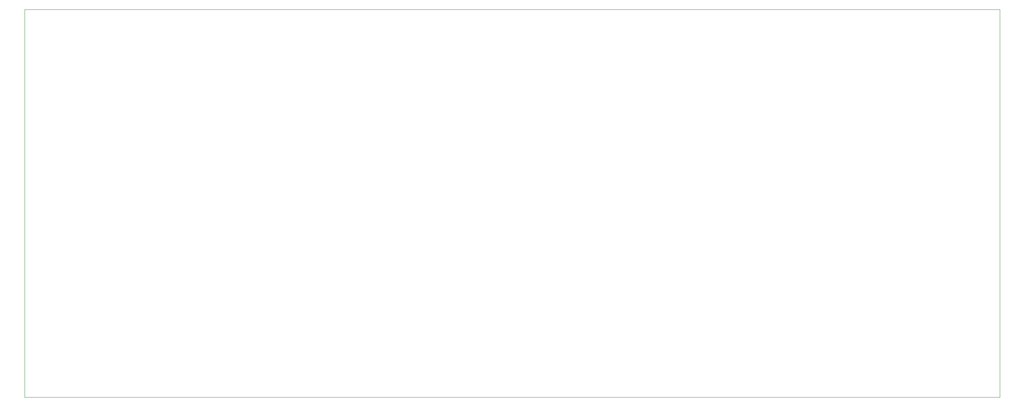
<source format=gbr>
G04*
G04 #@! TF.GenerationSoftware,Altium Limited,Altium Designer,24.1.2 (44)*
G04*
G04 Layer_Color=0*
%FSLAX25Y25*%
%MOIN*%
G70*
G04*
G04 #@! TF.SameCoordinates,DAD59E85-0841-476F-99BD-E5F442491B29*
G04*
G04*
G04 #@! TF.FilePolarity,Positive*
G04*
G01*
G75*
%ADD77C,0.00100*%
D77*
X1059000Y307000D02*
Y649000D01*
X1918000D01*
Y307000D01*
X1059000D01*
M02*

</source>
